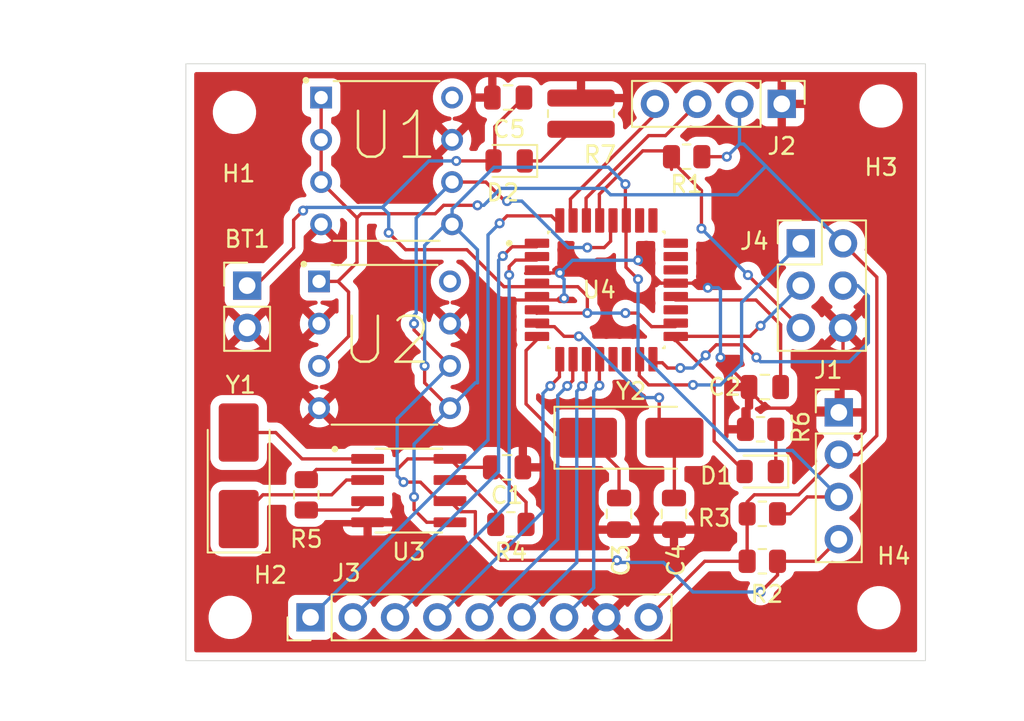
<source format=kicad_pcb>
(kicad_pcb (version 20241229) (generator "pcbnew") (generator_version "9.0")
  (layers (0 "F.Cu" signal) (2 "B.Cu" signal) (13 "F.Paste" user) (15 "B.Paste" user) (5 "F.SilkS" user "F.Silkscreen") (7 "B.SilkS" user "B.Silkscreen") (1 "F.Mask" user) (3 "B.Mask" user) (25 "Edge.Cuts" user))
  (net 0 "")
  (net 1 "Net-(BT1-+)")
  (net 2 "GND")
  (net 3 "Net-(U3-VCC)")
  (net 4 "Net-(U4-AREF)")
  (net 5 "Net-(U4-PB7)")
  (net 6 "Net-(U4-PB6)")
  (net 7 "/SCK")
  (net 8 "Net-(D1-K)")
  (net 9 "Net-(D2-K)")
  (net 10 "/SCL")
  (net 11 "/SDA")
  (net 12 "/Vcc")
  (net 13 "/RX")
  (net 14 "/TX")
  (net 15 "/D3")
  (net 16 "/D5")
  (net 17 "/D8")
  (net 18 "/D6")
  (net 19 "/D2")
  (net 20 "/D7")
  (net 21 "/D4")
  (net 22 "/MOSI")
  (net 23 "/RESET")
  (net 24 "Net-(U3-SQW{slash}~{INT})")
  (net 25 "Net-(U3-~{INTA})")
  (net 28 "Net-(U3-X1)")
  (net 29 "Net-(U3-X2)")
  (net 36 "/MISO")
  (footprint "Capacitor_SMD:C_0805_2012Metric" (layer "F.Cu") (at 97.282 118.237)
    (property "Reference" "C2" (at -2.413 0 0) (layer "F.SilkS"))
    (property "Value" "0.1uF")
    (pad "1" smd roundrect (at -0.95 0) (size 1 1.45) (layers "F.Cu" "F.Mask" "F.Paste") (net 2 "GND"))
    (pad "2" smd roundrect (at 0.95 0) (size 1 1.45) (layers "F.Cu" "F.Mask" "F.Paste") (net 4 "Net-(U4-AREF)"))
  )
  (footprint "Crystal:Crystal_SMD_5032-2Pin_5.0x3.2mm_HandSoldering" (layer "F.Cu") (at 89.2445 121.285)
    (property "Reference" "Y2" (at 0 -2.8 0) (layer "F.SilkS"))
    (property "Value" "16MHz")
    (pad "1" smd roundrect (at -2.6 0) (size 3.5 2.4) (layers "F.Cu" "F.Mask" "F.Paste") (roundrect_rratio 0.104167) (net 5 "Net-(U4-PB7)"))
    (pad "2" smd roundrect (at 2.6 0) (size 3.5 2.4) (layers "F.Cu" "F.Mask" "F.Paste") (roundrect_rratio 0.104167) (net 6 "Net-(U4-PB6)"))
  )
  (footprint "Resistor_SMD:R_0805_2012Metric" (layer "F.Cu") (at 97.1315 128.709)
    (property "Reference" "R2" (at 0.2775 1.974 0) (layer "F.SilkS"))
    (property "Value" "4.7k")
    (pad "1" smd roundrect (at -0.9125 0) (size 1.025 1.4) (layers "F.Cu" "F.Mask" "F.Paste") (roundrect_rratio 0.243902) (net 12 "/Vcc"))
    (pad "2" smd roundrect (at 0.9125 0) (size 1.025 1.4) (layers "F.Cu" "F.Mask" "F.Paste") (roundrect_rratio 0.243902) (net 10 "/SCL"))
  )
  (footprint "MountingHole:MountingHole_2.1mm" (layer "F.Cu") (at 104.267 101.346)
    (property "Reference" "H3" (at 0 3.683 0) (layer "F.SilkS"))
    (property "Value" "MountingHole")
    (pad "" np_thru_hole circle (at 0 0) (size 2.1 2.1) (drill 2.1) (layers "*.Cu" "*.Mask"))
  )
  (footprint "Resistor_SMD:R_0815_2038Metric" (layer "F.Cu") (at 86.233 101.8055 90)
    (property "Reference" "R7" (at -2.4615 1.143 180) (layer "F.SilkS"))
    (property "Value" "330")
    (pad "1" smd roundrect (at -0.9375 0 90) (size 1.025 4.05) (layers "F.Cu" "F.Mask" "F.Paste") (roundrect_rratio 0.243902) (net 9 "Net-(D2-K)"))
    (pad "2" smd roundrect (at 0.9375 0 90) (size 1.025 4.05) (layers "F.Cu" "F.Mask" "F.Paste") (roundrect_rratio 0.243902) (net 2 "GND"))
  )
  (footprint "DS1337S_:SOIC127P600X175-8N" (layer "F.Cu") (at 75.884 124.46)
    (property "Reference" "U3" (at 0 3.683 0) (layer "F.SilkS"))
    (property "Value" "DS1337S_")
    (pad "1" smd roundrect (at -2.475 -1.905) (size 1.97 0.59) (layers "F.Cu" "F.Mask" "F.Paste") (roundrect_rratio 0.125) (net 28 "Net-(U3-X1)"))
    (pad "2" smd roundrect (at -2.475 -0.635) (size 1.97 0.59) (layers "F.Cu" "F.Mask" "F.Paste") (roundrect_rratio 0.125) (net 29 "Net-(U3-X2)"))
    (pad "3" smd roundrect (at -2.475 0.635) (size 1.97 0.59) (layers "F.Cu" "F.Mask" "F.Paste") (roundrect_rratio 0.125) (net 25 "Net-(U3-~{INTA})"))
    (pad "4" smd roundrect (at -2.475 1.905) (size 1.97 0.59) (layers "F.Cu" "F.Mask" "F.Paste") (roundrect_rratio 0.125) (net 2 "GND"))
    (pad "5" smd roundrect (at 2.475 1.905) (size 1.97 0.59) (layers "F.Cu" "F.Mask" "F.Paste") (roundrect_rratio 0.125) (net 11 "/SDA"))
    (pad "6" smd roundrect (at 2.475 0.635) (size 1.97 0.59) (layers "F.Cu" "F.Mask" "F.Paste") (roundrect_rratio 0.125) (net 10 "/SCL"))
    (pad "7" smd roundrect (at 2.475 -0.635) (size 1.97 0.59) (layers "F.Cu" "F.Mask" "F.Paste") (roundrect_rratio 0.125) (net 24 "Net-(U3-SQW{slash}~{INT})"))
    (pad "8" smd roundrect (at 2.475 -1.905) (size 1.97 0.59) (layers "F.Cu" "F.Mask" "F.Paste") (roundrect_rratio 0.125) (net 3 "Net-(U3-VCC)"))
  )
  (footprint "24LC1025-I_P:DIP787W46P254L927H533Q8" (layer "F.Cu") (at 74.551 104.648)
    (property "Reference" "U1" (at 0.379 -1.524 0) (layer "F.SilkS") (effects (font (size 2.755976 2.755976))))
    (property "Value" "24LC1025")
    (pad "1" thru_hole rect (at -3.935 -3.81) (size 1.308 1.308) (drill 0.8) (layers "*.Cu" "*.Mask") (net 12 "/Vcc"))
    (pad "2" thru_hole circle (at -3.935 -1.27) (size 1.308 1.308) (drill 0.8) (layers "*.Cu" "*.Mask") (net 12 "/Vcc"))
    (pad "3" thru_hole circle (at -3.935 1.27) (size 1.308 1.308) (drill 0.8) (layers "*.Cu" "*.Mask") (net 12 "/Vcc"))
    (pad "4" thru_hole circle (at -3.935 3.81) (size 1.308 1.308) (drill 0.8) (layers "*.Cu" "*.Mask") (net 2 "GND"))
    (pad "5" thru_hole circle (at 3.935 3.81) (size 1.308 1.308) (drill 0.8) (layers "*.Cu" "*.Mask") (net 11 "/SDA"))
    (pad "6" thru_hole circle (at 3.935 1.27) (size 1.308 1.308) (drill 0.8) (layers "*.Cu" "*.Mask") (net 10 "/SCL"))
    (pad "7" thru_hole circle (at 3.935 -1.27) (size 1.308 1.308) (drill 0.8) (layers "*.Cu" "*.Mask") (net 2 "GND"))
    (pad "8" thru_hole circle (at 3.935 -3.81) (size 1.308 1.308) (drill 0.8) (layers "*.Cu" "*.Mask"))
  )
  (footprint "ATMEGA328P-AU:QFP80P900X900X120-32N" (layer "F.Cu") (at 87.757 112.395)
    (property "Reference" "U4" (at -0.43 0 0) (layer "F.SilkS"))
    (property "Value" "ATMEGA328P-AU")
    (pad "1" smd roundrect (at -4.17 -2.8) (size 1.47 0.55) (layers "F.Cu" "F.Mask" "F.Paste") (roundrect_rratio 0.125) (net 15 "/D3"))
    (pad "2" smd roundrect (at -4.17 -2) (size 1.47 0.55) (layers "F.Cu" "F.Mask" "F.Paste") (roundrect_rratio 0.125) (net 21 "/D4"))
    (pad "3" smd roundrect (at -4.17 -1.2) (size 1.47 0.55) (layers "F.Cu" "F.Mask" "F.Paste") (roundrect_rratio 0.125) (net 2 "GND"))
    (pad "4" smd roundrect (at -4.17 -0.4) (size 1.47 0.55) (layers "F.Cu" "F.Mask" "F.Paste") (roundrect_rratio 0.125) (net 1 "Net-(BT1-+)"))
    (pad "5" smd roundrect (at -4.17 0.4) (size 1.47 0.55) (layers "F.Cu" "F.Mask" "F.Paste") (roundrect_rratio 0.125) (net 2 "GND"))
    (pad "6" smd roundrect (at -4.17 1.2) (size 1.47 0.55) (layers "F.Cu" "F.Mask" "F.Paste") (roundrect_rratio 0.125) (net 1 "Net-(BT1-+)"))
    (pad "7" smd roundrect (at -4.17 2) (size 1.47 0.55) (layers "F.Cu" "F.Mask" "F.Paste") (roundrect_rratio 0.125) (net 6 "Net-(U4-PB6)"))
    (pad "8" smd roundrect (at -4.17 2.8) (size 1.47 0.55) (layers "F.Cu" "F.Mask" "F.Paste") (roundrect_rratio 0.125) (net 5 "Net-(U4-PB7)"))
    (pad "9" smd roundrect (at -2.8 4.17) (size 0.55 1.47) (layers "F.Cu" "F.Mask" "F.Paste") (roundrect_rratio 0.125) (net 16 "/D5"))
    (pad "10" smd roundrect (at -2 4.17) (size 0.55 1.47) (layers "F.Cu" "F.Mask" "F.Paste") (roundrect_rratio 0.125) (net 18 "/D6"))
    (pad "11" smd roundrect (at -1.2 4.17) (size 0.55 1.47) (layers "F.Cu" "F.Mask" "F.Paste") (roundrect_rratio 0.125) (net 20 "/D7"))
    (pad "12" smd roundrect (at -0.4 4.17) (size 0.55 1.47) (layers "F.Cu" "F.Mask" "F.Paste") (roundrect_rratio 0.125) (net 17 "/D8"))
    (pad "13" smd roundrect (at 0.4 4.17) (size 0.55 1.47) (layers "F.Cu" "F.Mask" "F.Paste") (roundrect_rratio 0.125))
    (pad "14" smd roundrect (at 1.2 4.17) (size 0.55 1.47) (layers "F.Cu" "F.Mask" "F.Paste") (roundrect_rratio 0.125))
    (pad "15" smd roundrect (at 2 4.17) (size 0.55 1.47) (layers "F.Cu" "F.Mask" "F.Paste") (roundrect_rratio 0.125) (net 22 "/MOSI"))
    (pad "16" smd roundrect (at 2.8 4.17) (size 0.55 1.47) (layers "F.Cu" "F.Mask" "F.Paste") (roundrect_rratio 0.125) (net 36 "/MISO"))
    (pad "17" smd roundrect (at 4.17 2.8) (size 1.47 0.55) (layers "F.Cu" "F.Mask" "F.Paste") (roundrect_rratio 0.125) (net 7 "/SCK"))
    (pad "18" smd roundrect (at 4.17 2) (size 1.47 0.55) (layers "F.Cu" "F.Mask" "F.Paste") (roundrect_rratio 0.125) (net 1 "Net-(BT1-+)"))
    (pad "19" smd roundrect (at 4.17 1.2) (size 1.47 0.55) (layers "F.Cu" "F.Mask" "F.Paste") (roundrect_rratio 0.125))
    (pad "20" smd roundrect (at 4.17 0.4) (size 1.47 0.55) (layers "F.Cu" "F.Mask" "F.Paste") (roundrect_rratio 0.125) (net 4 "Net-(U4-AREF)"))
    (pad "21" smd roundrect (at 4.17 -0.4) (size 1.47 0.55) (layers "F.Cu" "F.Mask" "F.Paste") (roundrect_rratio 0.125) (net 2 "GND"))
    (pad "22" smd roundrect (at 4.17 -1.2) (size 1.47 0.55) (layers "F.Cu" "F.Mask" "F.Paste") (roundrect_rratio 0.125))
    (pad "23" smd roundrect (at 4.17 -2) (size 1.47 0.55) (layers "F.Cu" "F.Mask" "F.Paste") (roundrect_rratio 0.125))
    (pad "24" smd roundrect (at 4.17 -2.8) (size 1.47 0.55) (layers "F.Cu" "F.Mask" "F.Paste") (roundrect_rratio 0.125))
    (pad "25" smd roundrect (at 2.8 -4.17) (size 0.55 1.47) (layers "F.Cu" "F.Mask" "F.Paste") (roundrect_rratio 0.125))
    (pad "26" smd roundrect (at 2 -4.17) (size 0.55 1.47) (layers "F.Cu" "F.Mask" "F.Paste") (roundrect_rratio 0.125))
    (pad "27" smd roundrect (at 1.2 -4.17) (size 0.55 1.47) (layers "F.Cu" "F.Mask" "F.Paste") (roundrect_rratio 0.125) (net 11 "/SDA"))
    (pad "28" smd roundrect (at 0.4 -4.17) (size 0.55 1.47) (layers "F.Cu" "F.Mask" "F.Paste") (roundrect_rratio 0.125) (net 10 "/SCL"))
    (pad "29" smd roundrect (at -0.4 -4.17) (size 0.55 1.47) (layers "F.Cu" "F.Mask" "F.Paste") (roundrect_rratio 0.125) (net 23 "/RESET"))
    (pad "30" smd roundrect (at -1.2 -4.17) (size 0.55 1.47) (layers "F.Cu" "F.Mask" "F.Paste") (roundrect_rratio 0.125) (net 13 "/RX"))
    (pad "31" smd roundrect (at -2 -4.17) (size 0.55 1.47) (layers "F.Cu" "F.Mask" "F.Paste") (roundrect_rratio 0.125) (net 14 "/TX"))
    (pad "32" smd roundrect (at -2.8 -4.17) (size 0.55 1.47) (layers "F.Cu" "F.Mask" "F.Paste") (roundrect_rratio 0.125) (net 19 "/D2"))
  )
  (footprint "Resistor_SMD:R_0805_2012Metric" (layer "F.Cu") (at 97.028 120.777)
    (property "Reference" "R6" (at 2.413 -0.127 90) (layer "F.SilkS"))
    (property "Value" "330")
    (pad "1" smd roundrect (at -0.9125 0) (size 1.025 1.4) (layers "F.Cu" "F.Mask" "F.Paste") (roundrect_rratio 0.243902) (net 2 "GND"))
    (pad "2" smd roundrect (at 0.9125 0) (size 1.025 1.4) (layers "F.Cu" "F.Mask" "F.Paste") (roundrect_rratio 0.243902) (net 8 "Net-(D1-K)"))
  )
  (footprint "MountingHole:MountingHole_2.1mm" (layer "F.Cu") (at 104.14 131.5)
    (property "Reference" "H4" (at 0.889 -3.103 0) (layer "F.SilkS"))
    (property "Value" "MountingHole")
    (pad "" np_thru_hole circle (at 0 0) (size 2.1 2.1) (drill 2.1) (layers "*.Cu" "*.Mask"))
  )
  (footprint "Connector_PinHeader_2.54mm:PinHeader_2x03_P2.54mm_Vertical" (layer "F.Cu") (at 99.441 109.601)
    (property "Reference" "J4" (at -2.794 -0.127 0) (layer "F.SilkS"))
    (property "Value" "Conn_02x03_Odd_Even_Shielded")
    (pad "1" thru_hole rect (at 0 0) (size 1.7 1.7) (drill 1) (layers "*.Cu" "*.Mask") (net 22 "/MOSI"))
    (pad "2" thru_hole circle (at 2.54 0) (size 1.7 1.7) (drill 1) (layers "*.Cu" "*.Mask") (net 12 "/Vcc"))
    (pad "3" thru_hole circle (at 0 2.54) (size 1.7 1.7) (drill 1) (layers "*.Cu" "*.Mask") (net 7 "/SCK"))
    (pad "4" thru_hole circle (at 2.54 2.54) (size 1.7 1.7) (drill 1) (layers "*.Cu" "*.Mask") (net 36 "/MISO"))
    (pad "5" thru_hole circle (at 0 5.08) (size 1.7 1.7) (drill 1) (layers "*.Cu" "*.Mask") (net 23 "/RESET"))
    (pad "6" thru_hole circle (at 2.54 5.08) (size 1.7 1.7) (drill 1) (layers "*.Cu" "*.Mask") (net 2 "GND"))
  )
  (footprint "Capacitor_SMD:C_0805_2012Metric" (layer "F.Cu") (at 81.854 100.838 180)
    (property "Reference" "C5" (at -0.061 -1.905 0) (layer "F.SilkS"))
    (property "Value" "100nF")
    (pad "1" smd roundrect (at -0.95 0 180) (size 1 1.45) (layers "F.Cu" "F.Mask" "F.Paste") (net 1 "Net-(BT1-+)"))
    (pad "2" smd roundrect (at 0.95 0 180) (size 1 1.45) (layers "F.Cu" "F.Mask" "F.Paste") (net 2 "GND"))
  )
  (footprint "Connector_PinHeader_2.54mm:PinHeader_1x04_P2.54mm_Vertical" (layer "F.Cu") (at 101.727 119.761)
    (property "Reference" "J1" (at -0.635 -2.54 0) (layer "F.SilkS"))
    (property "Value" "Conn_01x04_Pin")
    (pad "1" thru_hole rect (at 0 0) (size 1.7 1.7) (drill 1) (layers "*.Cu" "*.Mask") (net 2 "GND"))
    (pad "2" thru_hole circle (at 0 2.54) (size 1.7 1.7) (drill 1) (layers "*.Cu" "*.Mask") (net 12 "/Vcc"))
    (pad "3" thru_hole circle (at 0 5.08) (size 1.7 1.7) (drill 1) (layers "*.Cu" "*.Mask") (net 11 "/SDA"))
    (pad "4" thru_hole circle (at 0 7.62) (size 1.7 1.7) (drill 1) (layers "*.Cu" "*.Mask") (net 10 "/SCL"))
  )
  (footprint "LED_SMD:LED_0805_2012Metric" (layer "F.Cu") (at 97.0045 123.317 180)
    (property "Reference" "D1" (at 2.6435 -0.254 0) (layer "F.SilkS"))
    (property "Value" "LED")
    (pad "1" smd roundrect (at -0.9375 0 180) (size 0.975 1.4) (layers "F.Cu" "F.Mask" "F.Paste") (net 8 "Net-(D1-K)"))
    (pad "2" smd roundrect (at 0.9375 0 180) (size 0.975 1.4) (layers "F.Cu" "F.Mask" "F.Paste") (net 7 "/SCK"))
  )
  (footprint "Capacitor_SMD:C_0805_2012Metric" (layer "F.Cu") (at 81.788 123.063 180)
    (property "Reference" "C1" (at 0 -1.68 0) (layer "F.SilkS"))
    (property "Value" "0.1uf")
    (pad "1" smd roundrect (at -0.95 0 180) (size 1 1.45) (layers "F.Cu" "F.Mask" "F.Paste") (net 2 "GND"))
    (pad "2" smd roundrect (at 0.95 0 180) (size 1 1.45) (layers "F.Cu" "F.Mask" "F.Paste") (net 3 "Net-(U3-VCC)"))
  )
  (footprint "MountingHole:MountingHole_2.1mm" (layer "F.Cu") (at 65.151 132.08)
    (property "Reference" "H2" (at 2.413 -2.54 0) (layer "F.SilkS"))
    (property "Value" "MountingHole")
    (pad "" np_thru_hole circle (at 0 0) (size 2.1 2.1) (drill 2.1) (layers "*.Cu" "*.Mask"))
  )
  (footprint "Connector_PinHeader_2.54mm:PinHeader_1x09_P2.54mm_Vertical" (layer "F.Cu") (at 69.977 132.08 90)
    (property "Reference" "J3" (at 2.667 2.159 180) (layer "F.SilkS"))
    (property "Value" "Conn_01x09_Pin")
    (pad "1" thru_hole rect (at 0 0 90) (size 1.7 1.7) (drill 1) (layers "*.Cu" "*.Mask") (net 19 "/D2"))
    (pad "2" thru_hole circle (at 0 2.54 90) (size 1.7 1.7) (drill 1) (layers "*.Cu" "*.Mask") (net 15 "/D3"))
    (pad "3" thru_hole circle (at 0 5.08 90) (size 1.7 1.7) (drill 1) (layers "*.Cu" "*.Mask") (net 21 "/D4"))
    (pad "4" thru_hole circle (at 0 7.62 90) (size 1.7 1.7) (drill 1) (layers "*.Cu" "*.Mask") (net 16 "/D5"))
    (pad "5" thru_hole circle (at 0 10.16 90) (size 1.7 1.7) (drill 1) (layers "*.Cu" "*.Mask") (net 18 "/D6"))
    (pad "6" thru_hole circle (at 0 12.7 90) (size 1.7 1.7) (drill 1) (layers "*.Cu" "*.Mask") (net 20 "/D7"))
    (pad "7" thru_hole circle (at 0 15.24 90) (size 1.7 1.7) (drill 1) (layers "*.Cu" "*.Mask") (net 17 "/D8"))
    (pad "8" thru_hole circle (at 0 17.78 90) (size 1.7 1.7) (drill 1) (layers "*.Cu" "*.Mask") (net 2 "GND"))
    (pad "9" thru_hole circle (at 0 20.32 90) (size 1.7 1.7) (drill 1) (layers "*.Cu" "*.Mask") (net 12 "/Vcc"))
  )
  (footprint "Capacitor_SMD:C_0805_2012Metric" (layer "F.Cu") (at 91.821 125.857 -90)
    (property "Reference" "C4" (at 2.794 -0.127 90) (layer "F.SilkS"))
    (property "Value" "22PF")
    (pad "1" smd roundrect (at -0.95 0 270) (size 1 1.45) (layers "F.Cu" "F.Mask" "F.Paste") (net 6 "Net-(U4-PB6)"))
    (pad "2" smd roundrect (at 0.95 0 270) (size 1 1.45) (layers "F.Cu" "F.Mask" "F.Paste") (net 2 "GND"))
  )
  (footprint "Connector_PinHeader_2.54mm:PinHeader_1x04_P2.54mm_Vertical" (layer "F.Cu") (at 98.298 101.219 -90)
    (property "Reference" "J2" (at 2.54 0 0) (layer "F.SilkS"))
    (property "Value" "Conn_01x04_Pin")
    (pad "1" thru_hole rect (at 0 0 270) (size 1.7 1.7) (drill 1) (layers "*.Cu" "*.Mask") (net 2 "GND"))
    (pad "2" thru_hole circle (at 0 2.54 270) (size 1.7 1.7) (drill 1) (layers "*.Cu" "*.Mask") (net 12 "/Vcc"))
    (pad "3" thru_hole circle (at 0 5.08 270) (size 1.7 1.7) (drill 1) (layers "*.Cu" "*.Mask") (net 13 "/RX"))
    (pad "4" thru_hole circle (at 0 7.62 270) (size 1.7 1.7) (drill 1) (layers "*.Cu" "*.Mask") (net 14 "/TX"))
  )
  (footprint "MountingHole:MountingHole_2.1mm" (layer "F.Cu") (at 65.405 101.727)
    (property "Reference" "H1" (at 0.254 3.683 0) (layer "F.SilkS"))
    (property "Value" "MountingHole")
    (pad "" np_thru_hole circle (at 0 0) (size 2.1 2.1) (drill 2.1) (layers "*.Cu" "*.Mask"))
  )
  (footprint "Connector_PinHeader_2.54mm:PinHeader_1x02_P2.54mm_Vertical" (layer "F.Cu") (at 66.167 112.141)
    (property "Reference" "BT1" (at 0 -2.794 0) (layer "F.SilkS"))
    (property "Value" "Battery")
    (pad "1" thru_hole rect (at 0 0) (size 1.7 1.7) (drill 1) (layers "*.Cu" "*.Mask") (net 1 "Net-(BT1-+)"))
    (pad "2" thru_hole circle (at 0 2.54) (size 1.7 1.7) (drill 1) (layers "*.Cu" "*.Mask") (net 2 "GND"))
  )
  (footprint "Resistor_SMD:R_0805_2012Metric" (layer "F.Cu") (at 82.0185 126.492 180)
    (property "Reference" "R4" (at 0 -1.65 0) (layer "F.SilkS"))
    (property "Value" "10k")
    (pad "1" smd roundrect (at -0.9125 0 180) (size 1.025 1.4) (layers "F.Cu" "F.Mask" "F.Paste") (roundrect_rratio 0.243902) (net 3 "Net-(U3-VCC)"))
    (pad "2" smd roundrect (at 0.9125 0 180) (size 1.025 1.4) (layers "F.Cu" "F.Mask" "F.Paste") (roundrect_rratio 0.243902) (net 24 "Net-(U3-SQW{slash}~{INT})"))
  )
  (footprint "Capacitor_SMD:C_0805_2012Metric" (layer "F.Cu") (at 88.519 125.857 90)
    (property "Reference" "C3" (at -2.794 0.127 90) (layer "F.SilkS"))
    (property "Value" "22PF")
    (pad "1" smd roundrect (at -0.95 0 90) (size 1 1.45) (layers "F.Cu" "F.Mask" "F.Paste") (net 2 "GND"))
    (pad "2" smd roundrect (at 0.95 0 90) (size 1 1.45) (layers "F.Cu" "F.Mask" "F.Paste") (net 5 "Net-(U4-PB7)"))
  )
  (footprint "Resistor_SMD:R_0805_2012Metric" (layer "F.Cu") (at 92.583 104.394 180)
    (property "Reference" "R1" (at 0 -1.65 0) (layer "F.SilkS"))
    (property "Value" "10k")
    (pad "1" smd roundrect (at -0.9125 0 180) (size 1.025 1.4) (layers "F.Cu" "F.Mask" "F.Paste") (roundrect_rratio 0.243902) (net 12 "/Vcc"))
    (pad "2" smd roundrect (at 0.9125 0 180) (size 1.025 1.4) (layers "F.Cu" "F.Mask" "F.Paste") (roundrect_rratio 0.243902) (net 23 "/RESET"))
  )
  (footprint "Resistor_SMD:R_0805_2012Metric" (layer "F.Cu") (at 97.1315 125.857)
    (property "Reference" "R3" (at -2.8975 0.254 0) (layer "F.SilkS"))
    (property "Value" "4.7k")
    (pad "1" smd roundrect (at -0.9125 0) (size 1.025 1.4) (layers "F.Cu" "F.Mask" "F.Paste") (roundrect_rratio 0.243902) (net 12 "/Vcc"))
    (pad "2" smd roundrect (at 0.9125 0) (size 1.025 1.4) (layers "F.Cu" "F.Mask" "F.Paste") (roundrect_rratio 0.243902) (net 11 "/SDA"))
  )
  (footprint "24LC1025-I_P:DIP787W46P254L927H533Q8" (layer "F.Cu") (at 74.424 115.697)
    (property "Reference" "U2" (at 0.125 -0.254 0) (layer "F.SilkS") (effects (font (size 2.755976 2.755976))))
    (property "Value" "24LC1025")
    (pad "1" thru_hole rect (at -3.935 -3.81) (size 1.308 1.308) (drill 0.8) (layers "*.Cu" "*.Mask") (net 12 "/Vcc"))
    (pad "2" thru_hole circle (at -3.935 -1.27) (size 1.308 1.308) (drill 0.8) (layers "*.Cu" "*.Mask") (net 2 "GND"))
    (pad "3" thru_hole circle (at -3.935 1.27) (size 1.308 1.308) (drill 0.8) (layers "*.Cu" "*.Mask") (net 12 "/Vcc"))
    (pad "4" thru_hole circle (at -3.935 3.81) (size 1.308 1.308) (drill 0.8) (layers "*.Cu" "*.Mask") (net 2 "GND"))
    (pad "5" thru_hole circle (at 3.935 3.81) (size 1.308 1.308) (drill 0.8) (layers "*.Cu" "*.Mask") (net 11 "/SDA"))
    (pad "6" thru_hole circle (at 3.935 1.27) (size 1.308 1.308) (drill 0.8) (layers "*.Cu" "*.Mask") (net 10 "/SCL"))
    (pad "7" thru_hole circle (at 3.935 -1.27) (size 1.308 1.308) (drill 0.8) (layers "*.Cu" "*.Mask") (net 2 "GND"))
    (pad "8" thru_hole circle (at 3.935 -3.81) (size 1.308 1.308) (drill 0.8) (layers "*.Cu" "*.Mask"))
  )
  (footprint "Crystal:Crystal_SMD_5032-2Pin_5.0x3.2mm_HandSoldering" (layer "F.Cu") (at 65.659 123.571 90)
    (property "Reference" "Y1" (at 5.461 0.127 180) (layer "F.SilkS"))
    (property "Value" "32.768KHz")
    (pad "1" smd roundrect (at -2.6 0 90) (size 3.5 2.4) (layers "F.Cu" "F.Mask" "F.Paste") (roundrect_rratio 0.104167) (net 29 "Net-(U3-X2)"))
    (pad "2" smd roundrect (at 2.6 0 90) (size 3.5 2.4) (layers "F.Cu" "F.Mask" "F.Paste") (roundrect_rratio 0.104167) (net 28 "Net-(U3-X1)"))
  )
  (footprint "LED_SMD:LED_0805_2012Metric" (layer "F.Cu") (at 81.915 104.648 180)
    (property "Reference" "D2" (at 0.381 -1.905 0) (layer "F.SilkS"))
    (property "Value" "LED")
    (pad "1" smd roundrect (at -0.9375 0 180) (size 0.975 1.4) (layers "F.Cu" "F.Mask" "F.Paste") (net 9 "Net-(D2-K)"))
    (pad "2" smd roundrect (at 0.9375 0 180) (size 0.975 1.4) (layers "F.Cu" "F.Mask" "F.Paste") (net 1 "Net-(BT1-+)"))
  )
  (footprint "Resistor_SMD:R_0805_2012Metric" (layer "F.Cu") (at 69.723 124.714 -90)
    (property "Reference" "R5" (at 2.667 0 180) (layer "F.SilkS"))
    (property "Value" "10k")
    (pad "1" smd roundrect (at -0.9125 0 270) (size 1.025 1.4) (layers "F.Cu" "F.Mask" "F.Paste") (roundrect_rratio 0.243902) (net 3 "Net-(U3-VCC)"))
    (pad "2" smd roundrect (at 0.9125 0 270) (size 1.025 1.4) (layers "F.Cu" "F.Mask" "F.Paste") (roundrect_rratio 0.243902) (net 25 "Net-(U3-~{INTA})"))
  )
  (gr_rect (start 62.484 98.806) (end 106.934 134.6835) (stroke (width 0.05)) (fill no) (layer "Edge.Cuts"))
  (segment (start 86.614 113.792) (end 83.5825 113.792) (width 0.2) (layer "F.Cu") (net 1))
  (segment (start 79.375 109.982) (end 75.692 109.982) (width 0.2) (layer "F.Cu") (net 1))
  (segment (start 80.9775 104.648) (end 81.056 104.5695) (width 0.2) (layer "F.Cu") (net 1))
  (segment (start 86.0445 112.2065) (end 81.5995 112.2065) (width 0.2) (layer "F.Cu") (net 1))
  (segment (start 86.614 113.792) (end 86.614 112.776) (width 0.2) (layer "F.Cu") (net 1))
  (segment (start 78.74 104.648) (end 80.9775 104.648) (width 0.2) (layer "F.Cu") (net 1))
  (segment (start 81.056 104.5695) (end 81.056 102.586) (width 0.2) (layer "F.Cu") (net 1))
  (segment (start 83.5825 113.792) (end 83.568 113.8065) (width 0.2) (layer "F.Cu") (net 1))
  (segment (start 86.614 112.776) (end 86.0445 112.2065) (width 0.2) (layer "F.Cu") (net 1))
  (segment (start 81.056 102.586) (end 82.804 100.838) (width 0.2) (layer "F.Cu") (net 1))
  (segment (start 81.5995 112.2065) (end 79.375 109.982) (width 0.2) (layer "F.Cu") (net 1))
  (segment (start 68.961 109.855) (end 66.675 112.141) (width 0.2) (layer "F.Cu") (net 1))
  (segment (start 69.5325 107.6325) (end 68.961 108.204) (width 0.2) (layer "F.Cu") (net 1))
  (segment (start 90.4765 114.6065) (end 91.908 114.6065) (width 0.2) (layer "F.Cu") (net 1))
  (segment (start 88.9 113.792) (end 89.662 113.792) (width 0.2) (layer "F.Cu") (net 1))
  (segment (start 75.692 109.982) (end 74.676 108.966) (width 0.2) (layer "F.Cu") (net 1))
  (segment (start 68.961 108.204) (end 68.961 109.855) (width 0.2) (layer "F.Cu") (net 1))
  (segment (start 89.662 113.792) (end 90.4765 114.6065) (width 0.2) (layer "F.Cu") (net 1))
  (segment (start 66.675 112.141) (end 66.167 112.141) (width 0.2) (layer "F.Cu") (net 1))
  (via (at 88.9 113.792) (size 0.6) (drill 0.3) (layers "F.Cu" "B.Cu") (net 1))
  (via (at 86.614 113.792) (size 0.6) (drill 0.3) (layers "F.Cu" "B.Cu") (net 1))
  (via (at 74.676 108.966) (size 0.6) (drill 0.3) (layers "F.Cu" "B.Cu") (net 1))
  (via (at 69.5325 107.6325) (size 0.6) (drill 0.3) (layers "F.Cu" "B.Cu") (net 1))
  (via (at 78.74 104.648) (size 0.6) (drill 0.3) (layers "F.Cu" "B.Cu") (net 1))
  (segment (start 74.295 107.442) (end 77.089 104.648) (width 0.2) (layer "B.Cu") (net 1))
  (segment (start 88.9 113.792) (end 86.614 113.792) (width 0.2) (layer "B.Cu") (net 1))
  (segment (start 69.5325 107.6325) (end 69.723 107.442) (width 0.2) (layer "B.Cu") (net 1))
  (segment (start 77.089 104.648) (end 78.74 104.648) (width 0.2) (layer "B.Cu") (net 1))
  (segment (start 69.723 107.442) (end 74.295 107.442) (width 0.2) (layer "B.Cu") (net 1))
  (segment (start 74.676 107.823) (end 74.295 107.442) (width 0.2) (layer "B.Cu") (net 1))
  (segment (start 74.676 108.966) (end 74.676 107.823) (width 0.2) (layer "B.Cu") (net 1))
  (segment (start 85.217 112.903) (end 84.916 112.903) (width 0.2) (layer "F.Cu") (net 2))
  (segment (start 84.8125 113.0065) (end 83.568 113.0065) (width 0.2) (layer "F.Cu") (net 2))
  (segment (start 95.189 117.094) (end 96.332 118.237) (width 0.2) (layer "F.Cu") (net 2))
  (segment (start 96.332 120.5605) (end 96.1155 120.777) (width 0.2) (layer "F.Cu") (net 2))
  (segment (start 98.298 100.838) (end 98.298 101.219) (width 0.2) (layer "F.Cu") (net 2))
  (segment (start 91.04 111.995) (end 89.662 110.617) (width 0.2) (layer "F.Cu") (net 2))
  (segment (start 84.963 111.379) (end 84.383 111.379) (width 0.2) (layer "F.Cu") (net 2))
  (segment (start 96.332 118.237) (end 96.332 120.5605) (width 0.2) (layer "F.Cu") (net 2))
  (segment (start 83.568 113.0065) (end 82.296 113.0065) (width 0.2) (layer "F.Cu") (net 2))
  (segment (start 84.3555 111.4065) (end 83.568 111.4065) (width 0.2) (layer "F.Cu") (net 2))
  (segment (start 94.615 116.459) (end 95.189 117.033) (width 0.2) (layer "F.Cu") (net 2))
  (segment (start 82.296 113.0065) (end 79.7795 113.0065) (width 0.2) (layer "F.Cu") (net 2))
  (segment (start 101.473 119.507) (end 101.727 119.761) (width 0.2) (layer "F.Cu") (net 2))
  (segment (start 93.853 112.268) (end 93.58 111.995) (width 0.2) (layer "F.Cu") (net 2))
  (segment (start 84.916 112.903) (end 84.8125 113.0065) (width 0.2) (layer "F.Cu") (net 2))
  (segment (start 101.981 119.507) (end 101.727 119.761) (width 0.2) (layer "F.Cu") (net 2))
  (segment (start 93.58 111.995) (end 91.04 111.995) (width 0.2) (layer "F.Cu") (net 2))
  (segment (start 96.332 118.43) (end 97.409 119.507) (width 0.2) (layer "F.Cu") (net 2))
  (segment (start 83.568 111.4065) (end 82.9035 111.4065) (width 0.2) (layer "F.Cu") (net 2))
  (segment (start 84.383 111.379) (end 84.3555 111.4065) (width 0.2) (layer "F.Cu") (net 2))
  (segment (start 96.332 118.237) (end 96.332 118.43) (width 0.2) (layer "F.Cu") (net 2))
  (segment (start 97.409 119.507) (end 101.473 119.507) (width 0.2) (layer "F.Cu") (net 2))
  (segment (start 79.7795 113.0065) (end 78.359 114.427) (width 0.2) (layer "F.Cu") (net 2))
  (segment (start 101.981 114.681) (end 101.981 119.507) (width 0.2) (layer "F.Cu") (net 2))
  (segment (start 95.189 117.033) (end 95.189 117.094) (width 0.2) (layer "F.Cu") (net 2))
  (via (at 93.853 112.268) (size 0.6) (drill 0.3) (layers "F.Cu" "B.Cu") (net 2))
  (via (at 85.217 112.903) (size 0.6) (drill 0.3) (layers "F.Cu" "B.Cu") (net 2))
  (via (at 84.963 111.379) (size 0.6) (drill 0.3) (layers "F.Cu" "B.Cu") (net 2))
  (via (at 89.662 110.617) (size 0.6) (drill 0.3) (layers "F.Cu" "B.Cu") (net 2))
  (via (at 94.615 116.459) (size 0.6) (drill 0.3) (layers "F.Cu" "B.Cu") (net 2))
  (segment (start 84.836 111.506) (end 84.963 111.379) (width 0.2) (layer "B.Cu") (net 2))
  (segment (start 85.217 111.76) (end 84.963 111.506) (width 0.2) (layer "B.Cu") (net 2))
  (segment (start 85.217 112.903) (end 85.217 111.76) (width 0.2) (layer "B.Cu") (net 2))
  (segment (start 94.488 112.268) (end 93.853 112.268) (width 0.2) (layer "B.Cu") (net 2))
  (segment (start 85.725 110.617) (end 84.963 111.379) (width 0.2) (layer "B.Cu") (net 2))
  (segment (start 94.615 116.459) (end 94.615 112.395) (width 0.2) (layer "B.Cu") (net 2))
  (segment (start 94.615 112.395) (end 94.488 112.268) (width 0.2) (layer "B.Cu") (net 2))
  (segment (start 84.963 111.506) (end 84.836 111.506) (width 0.2) (layer "B.Cu") (net 2))
  (segment (start 89.662 110.617) (end 85.725 110.617) (width 0.2) (layer "B.Cu") (net 2))
  (segment (start 70.3345 123.19) (end 69.723 123.8015) (width 0.2) (layer "F.Cu") (net 3))
  (segment (start 82.931 126.492) (end 82.931 125.156) (width 0.2) (layer "F.Cu") (net 3))
  (segment (start 75.819 122.555) (end 75.184 123.19) (width 0.2) (layer "F.Cu") (net 3))
  (segment (start 78.359 122.555) (end 75.819 122.555) (width 0.2) (layer "F.Cu") (net 3))
  (segment (start 75.184 123.19) (end 70.3345 123.19) (width 0.2) (layer "F.Cu") (net 3))
  (segment (start 80.838 123.063) (end 78.867 123.063) (width 0.2) (layer "F.Cu") (net 3))
  (segment (start 82.931 125.156) (end 80.838 123.063) (width 0.2) (layer "F.Cu") (net 3))
  (segment (start 78.867 123.063) (end 78.359 122.555) (width 0.2) (layer "F.Cu") (net 3))
  (segment (start 96.7505 113.0065) (end 91.908 113.0065) (width 0.2) (layer "F.Cu") (net 4))
  (segment (start 98.232 114.488) (end 96.7505 113.0065) (width 0.2) (layer "F.Cu") (net 4))
  (segment (start 98.232 118.237) (end 98.232 114.488) (width 0.2) (layer "F.Cu") (net 4))
  (segment (start 82.931 116.0435) (end 83.568 115.4065) (width 0.2) (layer "F.Cu") (net 5))
  (segment (start 88.519 123.1595) (end 86.6445 121.285) (width 0.2) (layer "F.Cu") (net 5))
  (segment (start 88.519 124.907) (end 88.519 123.1595) (width 0.2) (layer "F.Cu") (net 5))
  (segment (start 82.931 119.253) (end 82.931 116.0435) (width 0.2) (layer "F.Cu") (net 5))
  (segment (start 86.6445 121.285) (end 84.963 121.285) (width 0.2) (layer "F.Cu") (net 5))
  (segment (start 84.963 121.285) (end 82.931 119.253) (width 0.2) (layer "F.Cu") (net 5))
  (segment (start 90.932 118.872) (end 90.932 120.3725) (width 0.2) (layer "F.Cu") (net 6))
  (segment (start 85.217 115.189) (end 84.6345 114.6065) (width 0.2) (layer "F.Cu") (net 6))
  (segment (start 91.8445 121.285) (end 91.8445 124.8835) (width 0.2) (layer "F.Cu") (net 6))
  (segment (start 91.8445 124.8835) (end 91.821 124.907) (width 0.2) (layer "F.Cu") (net 6))
  (segment (start 84.6345 114.6065) (end 83.568 114.6065) (width 0.2) (layer "F.Cu") (net 6))
  (segment (start 90.932 120.3725) (end 91.8445 121.285) (width 0.2) (layer "F.Cu") (net 6))
  (segment (start 86.106 115.189) (end 85.217 115.189) (width 0.2) (layer "F.Cu") (net 6))
  (via (at 90.932 118.872) (size 0.6) (drill 0.3) (layers "F.Cu" "B.Cu") (net 6))
  (via (at 86.106 115.189) (size 0.6) (drill 0.3) (layers "F.Cu" "B.Cu") (net 6))
  (segment (start 86.36 115.189) (end 90.043 118.872) (width 0.2) (layer "B.Cu") (net 6))
  (segment (start 90.043 118.872) (end 90.932 118.872) (width 0.2) (layer "B.Cu") (net 6))
  (segment (start 86.106 115.189) (end 86.36 115.189) (width 0.2) (layer "B.Cu") (net 6))
  (segment (start 97.028 114.554) (end 96.393 115.189) (width 0.2) (layer "F.Cu") (net 7))
  (segment (start 91.908 115.4065) (end 91.8715 115.443) (width 0.2) (layer "F.Cu") (net 7))
  (segment (start 94.234 117.7325) (end 91.908 115.4065) (width 0.2) (layer "F.Cu") (net 7))
  (segment (start 96.067 123.317) (end 94.234 121.484) (width 0.2) (layer "F.Cu") (net 7))
  (segment (start 94.234 121.484) (end 94.234 117.7325) (width 0.2) (layer "F.Cu") (net 7))
  (segment (start 91.933 115.189) (end 91.927 115.195) (width 0.2) (layer "F.Cu") (net 7))
  (segment (start 96.393 115.189) (end 91.933 115.189) (width 0.2) (layer "F.Cu") (net 7))
  (via (at 97.028 114.554) (size 0.6) (drill 0.3) (layers "F.Cu" "B.Cu") (net 7))
  (segment (start 99.441 112.141) (end 97.028 114.554) (width 0.2) (layer "B.Cu") (net 7))
  (segment (start 99.441 112.141) (end 100.076 112.141) (width 0.2) (layer "B.Cu") (net 7))
  (segment (start 97.9405 120.777) (end 97.9405 123.3155) (width 0.2) (layer "F.Cu") (net 8))
  (segment (start 97.9405 123.3155) (end 97.942 123.317) (width 0.2) (layer "F.Cu") (net 8))
  (segment (start 85.7035 102.743) (end 86.233 102.743) (width 0.2) (layer "F.Cu") (net 9))
  (segment (start 82.8525 104.648) (end 83.82 104.648) (width 0.2) (layer "F.Cu") (net 9))
  (segment (start 85.725 102.743) (end 86.233 102.743) (width 0.2) (layer "F.Cu") (net 9))
  (segment (start 83.82 104.648) (end 85.725 102.743) (width 0.2) (layer "F.Cu") (net 9))
  (segment (start 76.2 114.427) (end 76.2 114.808) (width 0.2) (layer "F.Cu") (net 10))
  (segment (start 88.011 108.371) (end 88.157 108.225) (width 0.2) (layer "F.Cu") (net 10))
  (segment (start 87.63 109.855) (end 88.011 109.474) (width 0.2) (layer "F.Cu") (net 10))
  (segment (start 76.2 114.808) (end 78.359 116.967) (width 0.2) (layer "F.Cu") (net 10))
  (segment (start 79.883 127.127) (end 79.883 125.73) (width 0.2) (layer "F.Cu") (net 10))
  (segment (start 81.407 128.651) (end 79.883 127.127) (width 0.2) (layer "F.Cu") (net 10))
  (segment (start 86.614 109.855) (end 87.63 109.855) (width 0.2) (layer "F.Cu") (net 10))
  (segment (start 78.994 125.73) (end 78.359 125.095) (width 0.2) (layer "F.Cu") (net 10))
  (segment (start 75.565 123.952) (end 76.581 123.952) (width 0.2) (layer "F.Cu") (net 10))
  (segment (start 88.392 128.651) (end 81.407 128.651) (width 0.2) (layer "F.Cu") (net 10))
  (segment (start 76.581 123.952) (end 77.724 125.095) (width 0.2) (layer "F.Cu") (net 10))
  (segment (start 81.661 107.061) (end 80.518 105.918) (width 0.2) (layer "F.Cu") (net 10))
  (segment (start 100.399 128.709) (end 101.727 127.381) (width 0.2) (layer "F.Cu") (net 10))
  (segment (start 98.044 128.709) (end 100.399 128.709) (width 0.2) (layer "F.Cu") (net 10))
  (segment (start 81.788 107.061) (end 81.661 107.061) (width 0.2) (layer "F.Cu") (net 10))
  (segment (start 98.044 129.54) (end 97.028 130.556) (width 0.2) (layer "F.Cu") (net 10))
  (segment (start 80.518 105.918) (end 78.486 105.918) (width 0.2) (layer "F.Cu") (net 10))
  (segment (start 88.011 109.474) (end 88.011 108.371) (width 0.2) (layer "F.Cu") (net 10))
  (segment (start 98.044 128.709) (end 98.044 129.54) (width 0.2) (layer "F.Cu") (net 10))
  (segment (start 79.883 125.73) (end 78.994 125.73) (width 0.2) (layer "F.Cu") (net 10))
  (segment (start 77.724 125.095) (end 78.359 125.095) (width 0.2) (layer "F.Cu") (net 10))
  (via (at 81.788 107.061) (size 0.6) (drill 0.3) (layers "F.Cu" "B.Cu") (net 10))
  (via (at 76.2 114.427) (size 0.6) (drill 0.3) (layers "F.Cu" "B.Cu") (net 10))
  (via (at 75.565 123.952) (size 0.6) (drill 0.3) (layers "F.Cu" "B.Cu") (net 10))
  (via (at 97.028 130.556) (size 0.6) (drill 0.3) (layers "F.Cu" "B.Cu") (net 10))
  (via (at 88.392 128.651) (size 0.6) (drill 0.3) (layers "F.Cu" "B.Cu") (net 10))
  (via (at 86.614 109.855) (size 0.6) (drill 0.3) (layers "F.Cu" "B.Cu") (net 10))
  (segment (start 91.186 128.778) (end 88.519 128.778) (width 0.2) (layer "B.Cu") (net 10))
  (segment (start 81.788 107.061) (end 82.677 107.061) (width 0.2) (layer "B.Cu") (net 10))
  (segment (start 82.677 107.061) (end 85.471 109.855) (width 0.2) (layer "B.Cu") (net 10))
  (segment (start 75.184 123.571) (end 75.184 120.142) (width 0.2) (layer "B.Cu") (net 10))
  (segment (start 76.2 113.919) (end 76.327 113.792) (width 0.2) (layer "B.Cu") (net 10))
  (segment (start 92.964 130.556) (end 91.186 128.778) (width 0.2) (layer "B.Cu") (net 10))
  (segment (start 76.327 108.077) (end 78.486 105.918) (width 0.2) (layer "B.Cu") (net 10))
  (segment (start 88.519 128.778) (end 88.392 128.651) (width 0.2) (layer "B.Cu") (net 10))
  (segment (start 75.184 120.142) (end 78.359 116.967) (width 0.2) (layer "B.Cu") (net 10))
  (segment (start 76.2 114.427) (end 76.2 113.919) (width 0.2) (layer "B.Cu") (net 10))
  (segment (start 85.471 109.855) (end 86.614 109.855) (width 0.2) (layer "B.Cu") (net 10))
  (segment (start 97.028 130.556) (end 92.964 130.556) (width 0.2) (layer "B.Cu") (net 10))
  (segment (start 76.327 113.792) (end 76.327 108.077) (width 0.2) (layer "B.Cu") (net 10))
  (segment (start 75.565 123.952) (end 75.184 123.571) (width 0.2) (layer "B.Cu") (net 10))
  (segment (start 78.105 116.967) (end 78.359 116.967) (width 0.2) (layer "B.Cu") (net 10))
  (segment (start 88.9 106.045) (end 88.9 108.3985) (width 0.2) (layer "F.Cu") (net 11))
  (segment (start 99.822 124.841) (end 98.806 125.857) (width 0.2) (layer "F.Cu") (net 11))
  (segment (start 88.938 108.4365) (end 88.938 111.036) (width 0.2) (layer "F.Cu") (net 11))
  (segment (start 76.835 116.967) (end 76.835 117.983) (width 0.2) (layer "F.Cu") (net 11))
  (segment (start 76.835 117.983) (end 78.359 119.507) (width 0.2) (layer "F.Cu") (net 11))
  (segment (start 76.962 126.365) (end 78.359 126.365) (width 0.2) (layer "F.Cu") (net 11))
  (segment (start 98.806 125.857) (end 98.044 125.857) (width 0.2) (layer "F.Cu") (net 11))
  (segment (start 76.2 124.841) (end 76.2 125.603) (width 0.2) (layer "F.Cu") (net 11))
  (segment (start 88.938 111.036) (end 89.662 111.76) (width 0.2) (layer "F.Cu") (net 11))
  (segment (start 88.9 108.3985) (end 88.938 108.4365) (width 0.2) (layer "F.Cu") (net 11))
  (segment (start 76.2 125.603) (end 76.962 126.365) (width 0.2) (layer "F.Cu") (net 11))
  (segment (start 101.727 124.841) (end 99.822 124.841) (width 0.2) (layer "F.Cu") (net 11))
  (via (at 76.835 116.967) (size 0.6) (drill 0.3) (layers "F.Cu" "B.Cu") (net 11))
  (via (at 76.2 124.841) (size 0.6) (drill 0.3) (layers "F.Cu" "B.Cu") (net 11))
  (via (at 89.662 111.76) (size 0.6) (drill 0.3) (layers "F.Cu" "B.Cu") (net 11))
  (via (at 88.9 106.045) (size 0.6) (drill 0.3) (layers "F.Cu" "B.Cu") (net 11))
  (segment (start 76.2 124.841) (end 76.2 121.666) (width 0.2) (layer "B.Cu") (net 11))
  (segment (start 89.662 111.76) (end 89.662 116.078) (width 0.2) (layer "B.Cu") (net 11))
  (segment (start 76.2 121.666) (end 78.359 119.507) (width 0.2) (layer "B.Cu") (net 11))
  (segment (start 88.9 106.045) (end 87.884 105.029) (width 0.2) (layer "B.Cu") (net 11))
  (segment (start 80.01 109.982) (end 78.486 108.458) (width 0.2) (layer "B.Cu") (net 11))
  (segment (start 76.835 116.967) (end 76.835 109.728) (width 0.2) (layer "B.Cu") (net 11))
  (segment (start 76.835 109.728) (end 78.105 108.458) (width 0.2) (layer "B.Cu") (net 11))
  (segment (start 78.359 119.507) (end 79.883 117.983) (width 0.2) (layer "B.Cu") (net 11))
  (segment (start 95.631 122.047) (end 98.933 122.047) (width 0.2) (layer "B.Cu") (net 11))
  (segment (start 98.933 122.047) (end 101.727 124.841) (width 0.2) (layer "B.Cu") (net 11))
  (segment (start 87.884 105.029) (end 81.005497 105.029) (width 0.2) (layer "B.Cu") (net 11))
  (segment (start 78.105 108.458) (end 78.486 108.458) (width 0.2) (layer "B.Cu") (net 11))
  (segment (start 79.883 117.983) (end 80.01 117.983) (width 0.2) (layer "B.Cu") (net 11))
  (segment (start 78.486 107.548497) (end 78.486 108.458) (width 0.2) (layer "B.Cu") (net 11))
  (segment (start 89.662 116.078) (end 95.631 122.047) (width 0.2) (layer "B.Cu") (net 11))
  (segment (start 80.01 117.983) (end 80.01 109.982) (width 0.2) (layer "B.Cu") (net 11))
  (segment (start 81.005497 105.029) (end 78.486 107.548497) (width 0.2) (layer "B.Cu") (net 11))
  (segment (start 71.628 111.887) (end 70.489 111.887) (width 0.2) (layer "F.Cu") (net 12))
  (segment (start 72.771 108.073) (end 70.616 105.918) (width 0.2) (layer "F.Cu") (net 12))
  (segment (start 77.472 107.821) (end 77.978 107.315) (width 0.2) (layer "F.Cu") (net 12))
  (segment (start 96.219 125.857) (end 96.219 125.142) (width 0.2) (layer "F.Cu") (net 12))
  (segment (start 71.628 111.887) (end 72.771 110.744) (width 0.2) (layer "F.Cu") (net 12))
  (segment (start 72.263 115.193) (end 72.263 112.522) (width 0.2) (layer "F.Cu") (net 12))
  (segment (start 101.981 109.601) (end 104.013 111.633) (width 0.2) (layer "F.Cu") (net 12))
  (segment (start 96.219 125.142) (end 96.647 124.714) (width 0.2) (layer "F.Cu") (net 12))
  (segment (start 96.219 125.857) (end 96.219 128.709) (width 0.2) (layer "F.Cu") (net 12))
  (segment (start 104.013 111.633) (end 104.013 121.158) (width 0.2) (layer "F.Cu") (net 12))
  (segment (start 77.978 107.315) (end 80.01 107.315) (width 0.2) (layer "F.Cu") (net 12))
  (segment (start 104.013 121.158) (end 102.87 122.301) (width 0.2) (layer "F.Cu") (net 12))
  (segment (start 73.023 107.821) (end 72.771 108.073) (width 0.2) (layer "F.Cu") (net 12))
  (segment (start 93.4955 104.394) (end 94.996 104.394) (width 0.2) (layer "F.Cu") (net 12))
  (segment (start 96.219 128.709) (end 93.668 128.709) (width 0.2) (layer "F.Cu") (net 12))
  (segment (start 101.981 109.22) (end 101.981 109.601) (width 0.2) (layer "F.Cu") (net 12))
  (segment (start 72.771 110.744) (end 72.771 108.073) (width 0.2) (layer "F.Cu") (net 12))
  (segment (start 93.668 128.709) (end 90.297 132.08) (width 0.2) (layer "F.Cu") (net 12))
  (segment (start 72.263 112.522) (end 71.628 111.887) (width 0.2) (layer "F.Cu") (net 12))
  (segment (start 99.314 124.714) (end 101.727 122.301) (width 0.2) (layer "F.Cu") (net 12))
  (segment (start 77.472 107.821) (end 73.023 107.821) (width 0.2) (layer "F.Cu") (net 12))
  (segment (start 70.489 116.967) (end 72.263 115.193) (width 0.2) (layer "F.Cu") (net 12))
  (segment (start 70.616 103.378) (end 70.616 105.918) (width 0.2) (layer "F.Cu") (net 12))
  (segment (start 102.87 122.301) (end 101.727 122.301) (width 0.2) (layer "F.Cu") (net 12))
  (segment (start 70.616 100.838) (end 70.616 103.378) (width 0.2) (layer "F.Cu") (net 12))
  (segment (start 96.647 124.714) (end 99.314 124.714) (width 0.2) (layer "F.Cu") (net 12))
  (via (at 94.996 104.394) (size 0.6) (drill 0.3) (layers "F.Cu" "B.Cu") (net 12))
  (via (at 80.01 107.315) (size 0.6) (drill 0.3) (layers "F.Cu" "B.Cu") (net 12))
  (segment (start 97.9805 105.6005) (end 101.981 109.601) (width 0.2) (layer "B.Cu") (net 12))
  (segment (start 95.758 103.632) (end 96.012 103.632) (width 0.2) (layer "B.Cu") (net 12))
  (segment (start 87.63 106.299) (end 88.011 106.68) (width 0.2) (layer "B.Cu") (net 12))
  (segment (start 95.631 106.68) (end 97.3455 104.9655) (width 0.2) (layer "B.Cu") (net 12))
  (segment (start 95.758 103.632) (end 95.758 101.219) (width 0.2) (layer "B.Cu") (net 12))
  (segment (start 88.011 106.68) (end 95.631 106.68) (width 0.2) (layer "B.Cu") (net 12))
  (segment (start 96.012 103.632) (end 97.3455 104.9655) (width 0.2) (layer "B.Cu") (net 12))
  (segment (start 81.407 106.299) (end 87.63 106.299) (width 0.2) (layer "B.Cu") (net 12))
  (segment (start 80.01 107.315) (end 80.391 107.315) (width 0.2) (layer "B.Cu") (net 12))
  (segment (start 96.139 101.6) (end 95.758 101.219) (width 0.2) (layer "B.Cu") (net 12))
  (segment (start 97.3455 104.9655) (end 97.9805 105.6005) (width 0.2) (layer "B.Cu") (net 12))
  (segment (start 80.391 107.315) (end 81.407 106.299) (width 0.2) (layer "B.Cu") (net 12))
  (segment (start 94.996 104.394) (end 95.758 103.632) (width 0.2) (layer "B.Cu") (net 12))
  (segment (start 93.218 101.219) (end 91.313 103.124) (width 0.2) (layer "F.Cu") (net 13))
  (segment (start 90.297 103.124) (end 86.538 106.883) (width 0.2) (layer "F.Cu") (net 13))
  (segment (start 86.538 106.883) (end 86.538 108.4365) (width 0.2) (layer "F.Cu") (net 13))
  (segment (start 91.313 103.124) (end 90.297 103.124) (width 0.2) (layer "F.Cu") (net 13))
  (segment (start 90.678 101.219) (end 90.678 101.854) (width 0.2) (layer "F.Cu") (net 14))
  (segment (start 85.598 106.934) (end 85.598 108.2965) (width 0.2) (layer "F.Cu") (net 14))
  (segment (start 85.598 108.2965) (end 85.738 108.4365) (width 0.2) (layer "F.Cu") (net 14))
  (segment (start 90.678 101.854) (end 85.598 106.934) (width 0.2) (layer "F.Cu") (net 14))
  (segment (start 81.534 110.363) (end 82.0905 109.8065) (width 0.2) (layer "F.Cu") (net 15))
  (segment (start 82.0905 109.8065) (end 83.568 109.8065) (width 0.2) (layer "F.Cu") (net 15))
  (via (at 81.534 110.363) (size 0.6) (drill 0.3) (layers "F.Cu" "B.Cu") (net 15))
  (segment (start 81.28 123.317) (end 72.517 132.08) (width 0.2) (layer "B.Cu") (net 15))
  (segment (start 81.534 110.363) (end 81.28 110.617) (width 0.2) (layer "B.Cu") (net 15))
  (segment (start 81.28 110.617) (end 81.28 123.317) (width 0.2) (layer "B.Cu") (net 15))
  (segment (start 84.938 117.627) (end 84.938 116.7765) (width 0.2) (layer "F.Cu") (net 16))
  (segment (start 84.3915 118.1735) (end 84.938 117.627) (width 0.2) (layer "F.Cu") (net 16))
  (via (at 84.3915 118.1735) (size 0.6) (drill 0.3) (layers "F.Cu" "B.Cu") (net 16))
  (segment (start 83.947 125.73) (end 77.597 132.08) (width 0.2) (layer "B.Cu") (net 16))
  (segment (start 84.3915 118.1735) (end 83.947 118.618) (width 0.2) (layer "B.Cu") (net 16))
  (segment (start 83.947 118.618) (end 83.947 125.73) (width 0.2) (layer "B.Cu") (net 16))
  (segment (start 87.338 118.148) (end 87.338 116.7765) (width 0.2) (layer "F.Cu") (net 17))
  (via (at 87.338 118.148) (size 0.6) (drill 0.3) (layers "F.Cu" "B.Cu") (net 17))
  (segment (start 86.995 118.491) (end 86.995 130.302) (width 0.2) (layer "B.Cu") (net 17))
  (segment (start 86.995 130.302) (end 85.217 132.08) (width 0.2) (layer "B.Cu") (net 17))
  (segment (start 87.338 118.148) (end 86.995 118.491) (width 0.2) (layer "B.Cu") (net 17))
  (segment (start 85.738 117.843) (end 85.738 116.7765) (width 0.2) (layer "F.Cu") (net 18))
  (segment (start 85.4075 118.1735) (end 85.738 117.843) (width 0.2) (layer "F.Cu") (net 18))
  (via (at 85.4075 118.1735) (size 0.6) (drill 0.3) (layers "F.Cu" "B.Cu") (net 18))
  (segment (start 84.836 127.381) (end 80.137 132.08) (width 0.2) (layer "B.Cu") (net 18))
  (segment (start 84.836 118.745) (end 84.836 127.381) (width 0.2) (layer "B.Cu") (net 18))
  (segment (start 85.4075 118.1735) (end 84.836 118.745) (width 0.2) (layer "B.Cu") (net 18))
  (segment (start 81.3435 108.3945) (end 81.788 107.95) (width 0.2) (layer "F.Cu") (net 19))
  (segment (start 84.4515 107.95) (end 84.938 108.4365) (width 0.2) (layer "F.Cu") (net 19))
  (segment (start 81.788 107.95) (end 84.4515 107.95) (width 0.2) (layer "F.Cu") (net 19))
  (via (at 81.3435 108.3945) (size 0.6) (drill 0.3) (layers "F.Cu" "B.Cu") (net 19))
  (segment (start 81.3435 108.3945) (end 80.645 109.093) (width 0.2) (layer "B.Cu") (net 19))
  (segment (start 80.645 121.412) (end 69.977 132.08) (width 0.2) (layer "B.Cu") (net 19))
  (segment (start 80.645 109.093) (end 80.645 121.412) (width 0.2) (layer "B.Cu") (net 19))
  (segment (start 86.2965 118.1735) (end 86.538 117.932) (width 0.2) (layer "F.Cu") (net 20))
  (segment (start 86.538 117.932) (end 86.538 116.7765) (width 0.2) (layer "F.Cu") (net 20))
  (via (at 86.2965 118.1735) (size 0.6) (drill 0.3) (layers "F.Cu" "B.Cu") (net 20))
  (segment (start 85.979 128.778) (end 82.677 132.08) (width 0.2) (layer "B.Cu") (net 20))
  (segment (start 85.979 118.491) (end 85.979 128.778) (width 0.2) (layer "B.Cu") (net 20))
  (segment (start 86.2965 118.1735) (end 85.979 118.491) (width 0.2) (layer "B.Cu") (net 20))
  (segment (start 81.915 110.998) (end 82.3065 110.6065) (width 0.2) (layer "F.Cu") (net 21))
  (segment (start 81.915 111.506) (end 81.915 110.998) (width 0.2) (layer "F.Cu") (net 21))
  (segment (start 82.3065 110.6065) (end 83.568 110.6065) (width 0.2) (layer "F.Cu") (net 21))
  (via (at 81.915 111.506) (size 0.6) (drill 0.3) (layers "F.Cu" "B.Cu") (net 21))
  (segment (start 81.915 125.222) (end 81.915 111.506) (width 0.2) (layer "B.Cu") (net 21))
  (segment (start 75.057 132.08) (end 81.915 125.222) (width 0.2) (layer "B.Cu") (net 21))
  (segment (start 89.738 117.551) (end 89.738 116.7765) (width 0.2) (layer "F.Cu") (net 22))
  (segment (start 92.964 118.11) (end 90.297 118.11) (width 0.2) (layer "F.Cu") (net 22))
  (segment (start 90.297 118.11) (end 89.738 117.551) (width 0.2) (layer "F.Cu") (net 22))
  (via (at 92.964 118.11) (size 0.6) (drill 0.3) (layers "F.Cu" "B.Cu") (net 22))
  (segment (start 95.885 116.84) (end 95.885 113.157) (width 0.2) (layer "B.Cu") (net 22))
  (segment (start 92.964 118.11) (end 94.615 118.11) (width 0.2) (layer "B.Cu") (net 22))
  (segment (start 94.615 118.11) (end 95.885 116.84) (width 0.2) (layer "B.Cu") (net 22))
  (segment (start 95.885 113.157) (end 99.441 109.601) (width 0.2) (layer "B.Cu") (net 22))
  (segment (start 91.6705 104.394) (end 91.6705 105.156) (width 0.2) (layer "F.Cu") (net 23))
  (segment (start 99.441 114.681) (end 96.266 111.506) (width 0.2) (layer "F.Cu") (net 23))
  (segment (start 91.318343 104.041843) (end 91.6705 104.394) (width 0.2) (layer "F.Cu") (net 23))
  (segment (start 89.944843 104.041843) (end 91.318343 104.041843) (width 0.2) (layer "F.Cu") (net 23))
  (segment (start 91.6705 104.6245) (end 91.6705 104.394) (width 0.2) (layer "F.Cu") (net 23))
  (segment (start 93.472 108.712) (end 93.472 106.426) (width 0.2) (layer "F.Cu") (net 23))
  (segment (start 87.338 108.4365) (end 87.338 106.648686) (width 0.2) (layer "F.Cu") (net 23))
  (segment (start 93.472 106.426) (end 91.6705 104.6245) (width 0.2) (layer "F.Cu") (net 23))
  (segment (start 87.338 106.648686) (end 89.944843 104.041843) (width 0.2) (layer "F.Cu") (net 23))
  (via (at 93.472 108.712) (size 0.6) (drill 0.3) (layers "F.Cu" "B.Cu") (net 23))
  (via (at 96.266 111.506) (size 0.6) (drill 0.3) (layers "F.Cu" "B.Cu") (net 23))
  (segment (start 96.266 111.506) (end 93.472 108.712) (width 0.2) (layer "B.Cu") (net 23))
  (segment (start 81.106 126.492) (end 81.106 125.683) (width 0.2) (layer "F.Cu") (net 24))
  (segment (start 81.106 125.683) (end 79.248 123.825) (width 0.2) (layer "F.Cu") (net 24))
  (segment (start 79.248 123.825) (end 78.359 123.825) (width 0.2) (layer "F.Cu") (net 24))
  (segment (start 72.8775 125.6265) (end 73.409 125.095) (width 0.2) (layer "F.Cu") (net 25))
  (segment (start 69.723 125.6265) (end 72.8775 125.6265) (width 0.2) (layer "F.Cu") (net 25))
  (segment (start 67.885 120.971) (end 69.469 122.555) (width 0.2) (layer "F.Cu") (net 28))
  (segment (start 69.469 122.555) (end 73.409 122.555) (width 0.2) (layer "F.Cu") (net 28))
  (segment (start 65.659 120.971) (end 67.885 120.971) (width 0.2) (layer "F.Cu") (net 28))
  (segment (start 73.409 123.825) (end 72.136 123.825) (width 0.2) (layer "F.Cu") (net 29))
  (segment (start 72.136 123.825) (end 71.247 124.714) (width 0.2) (layer "F.Cu") (net 29))
  (segment (start 67.116 124.714) (end 65.659 126.171) (width 0.2) (layer "F.Cu") (net 29))
  (segment (start 71.247 124.714) (end 67.116 124.714) (width 0.2) (layer "F.Cu") (net 29))
  (segment (start 91.1225 116.7765) (end 90.538 116.7765) (width 0.2) (layer "F.Cu") (net 36))
  (segment (start 94.361 115.697) (end 93.726 116.332) (width 0.2) (layer "F.Cu") (net 36))
  (segment (start 92.202 117.094) (end 91.44 117.094) (width 0.2) (layer "F.Cu") (net 36))
  (segment (start 96.012 115.697) (end 94.361 115.697) (width 0.2) (layer "F.Cu") (net 36))
  (segment (start 91.44 117.094) (end 91.1225 116.7765) (width 0.2) (layer "F.Cu") (net 36))
  (segment (start 96.774 116.459) (end 96.012 115.697) (width 0.2) (layer "F.Cu") (net 36))
  (via (at 92.202 117.094) (size 0.6) (drill 0.3) (layers "F.Cu" "B.Cu") (net 36))
  (via (at 93.726 116.332) (size 0.6) (drill 0.3) (layers "F.Cu" "B.Cu") (net 36))
  (via (at 96.774 116.459) (size 0.6) (drill 0.3) (layers "F.Cu" "B.Cu") (net 36))
  (segment (start 92.964 117.094) (end 93.726 116.332) (width 0.2) (layer "B.Cu") (net 36))
  (segment (start 96.774 116.459) (end 97.028 116.713) (width 0.2) (layer "B.Cu") (net 36))
  (segment (start 97.028 116.713) (end 102.362 116.713) (width 0.2) (layer "B.Cu") (net 36))
  (segment (start 92.202 117.094) (end 92.964 117.094) (width 0.2) (layer "B.Cu") (net 36))
  (segment (start 102.362 116.713) (end 103.505 115.57) (width 0.2) (layer "B.Cu") (net 36))
  (segment (start 102.87 112.141) (end 101.981 112.141) (width 0.2) (layer "B.Cu") (net 36))
  (segment (start 103.505 112.776) (end 102.87 112.141) (width 0.2) (layer "B.Cu") (net 36))
  (segment (start 103.505 115.57) (end 103.505 112.776) (width 0.2) (layer "B.Cu") (net 36))
  (zone (net 2) (net_name "GND") (layer "F.Cu") (connect_pads (clearance 0.5)) (min_thickness 0.25) (fill yes (thermal_gap 0.5) (thermal_bridge_width 0.5))
    (polygon (pts (xy 62.484 98.806) (xy 106.934 98.806) (xy 106.807 134.62) (xy 62.484 134.62)))
  )
)
</source>
